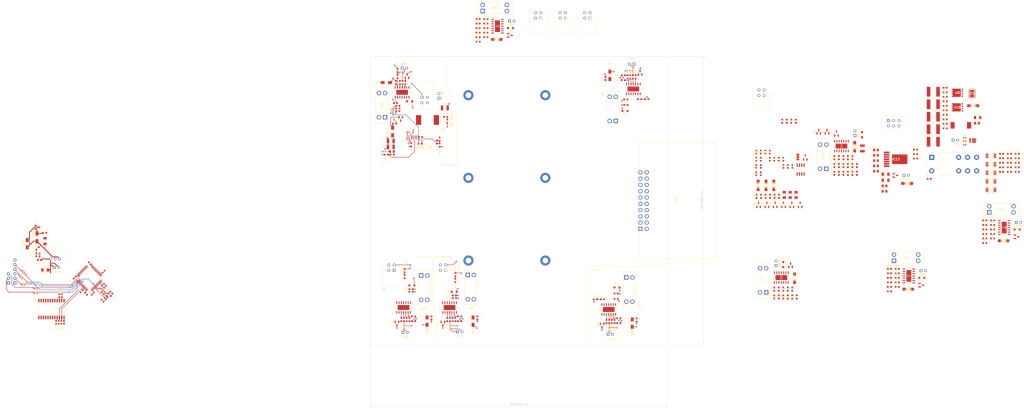
<source format=kicad_pcb>
(kicad_pcb
	(version 20240108)
	(generator "pcbnew")
	(generator_version "8.0")
	(general
		(thickness 1.6)
		(legacy_teardrops no)
	)
	(paper "A3")
	(title_block
		(title "PDU FT25")
		(date "2024-11-18")
		(rev "V1.0")
		(company "Janek Herm")
		(comment 1 "FasTTUBe Electronics")
	)
	(layers
		(0 "F.Cu" signal)
		(1 "In1.Cu" power)
		(2 "In2.Cu" signal)
		(31 "B.Cu" mixed)
		(32 "B.Adhes" user "B.Adhesive")
		(33 "F.Adhes" user "F.Adhesive")
		(34 "B.Paste" user)
		(35 "F.Paste" user)
		(37 "F.SilkS" user "F.Silkscreen")
		(38 "B.Mask" user)
		(39 "F.Mask" user)
		(40 "Dwgs.User" user "User.Drawings")
		(41 "Cmts.User" user "User.Comments")
		(42 "Eco1.User" user "User.Eco1")
		(43 "Eco2.User" user "User.Eco2")
		(44 "Edge.Cuts" user)
		(45 "Margin" user)
		(46 "B.CrtYd" user "B.Courtyard")
		(47 "F.CrtYd" user "F.Courtyard")
		(48 "B.Fab" user)
		(49 "F.Fab" user)
		(50 "User.1" user)
		(51 "User.2" user)
		(52 "User.3" user)
		(53 "User.4" user)
		(54 "User.5" user)
		(55 "User.6" user)
		(56 "User.7" user)
		(57 "User.8" user)
		(58 "User.9" user)
	)
	(setup
		(stackup
			(layer "F.SilkS"
				(type "Top Silk Screen")
			)
			(layer "F.Paste"
				(type "Top Solder Paste")
			)
			(layer "F.Mask"
				(type "Top Solder Mask")
				(thickness 0.01)
			)
			(layer "F.Cu"
				(type "copper")
				(thickness 0.035)
			)
			(layer "dielectric 1"
				(type "prepreg")
				(thickness 0.1)
				(material "FR4")
				(epsilon_r 4.5)
				(loss_tangent 0.02)
			)
			(layer "In1.Cu"
				(type "copper")
				(thickness 0.035)
			)
			(layer "dielectric 2"
				(type "core")
				(thickness 1.24)
				(material "FR4")
				(epsilon_r 4.5)
				(loss_tangent 0.02)
			)
			(layer "In2.Cu"
				(type "copper")
				(thickness 0.035)
			)
			(layer "dielectric 3"
				(type "prepreg")
				(thickness 0.1)
				(material "FR4")
				(epsilon_r 4.5)
				(loss_tangent 0.02)
			)
			(layer "B.Cu"
				(type "copper")
				(thickness 0.035)
			)
			(layer "B.Mask"
				(type "Bottom Solder Mask")
				(thickness 0.01)
			)
			(layer "B.Paste"
				(type "Bottom Solder Paste")
			)
			(copper_finish "None")
			(dielectric_constraints no)
		)
		(pad_to_mask_clearance 0)
		(allow_soldermask_bridges_in_footprints no)
		(pcbplotparams
			(layerselection 0x00010fc_ffffffff)
			(plot_on_all_layers_selection 0x0000000_00000000)
			(disableapertmacros no)
			(usegerberextensions no)
			(usegerberattributes yes)
			(usegerberadvancedattributes yes)
			(creategerberjobfile yes)
			(dashed_line_dash_ratio 12.000000)
			(dashed_line_gap_ratio 3.000000)
			(svgprecision 4)
			(plotframeref no)
			(viasonmask no)
			(mode 1)
			(useauxorigin no)
			(hpglpennumber 1)
			(hpglpenspeed 20)
			(hpglpendiameter 15.000000)
			(pdf_front_fp_property_popups yes)
			(pdf_back_fp_property_popups yes)
			(dxfpolygonmode yes)
			(dxfimperialunits yes)
			(dxfusepcbnewfont yes)
			(psnegative no)
			(psa4output no)
			(plotreference yes)
			(plotvalue yes)
			(plotfptext yes)
			(plotinvisibletext no)
			(sketchpadsonfab no)
			(subtractmaskfromsilk no)
			(outputformat 1)
			(mirror no)
			(drillshape 1)
			(scaleselection 1)
			(outputdirectory "")
		)
	)
	(net 0 "")
	(net 1 "GND")
	(net 2 "+3V3")
	(net 3 "stdCAN_H")
	(net 4 "/MCU/Vref")
	(net 5 "stdCAN_L")
	(net 6 "/MCU/NRST")
	(net 7 "Net-(C13-Pad2)")
	(net 8 "Net-(C14-Pad1)")
	(net 9 "Net-(D11-A2)")
	(net 10 "/powerstages/P_Out4a")
	(net 11 "/powerstages/IS4")
	(net 12 "Net-(D15-A2)")
	(net 13 "/connectors/P_Out1")
	(net 14 "/powerstages/IS1")
	(net 15 "Net-(D19-A2)")
	(net 16 "/RBR/RES1")
	(net 17 "/powerstages/IS10")
	(net 18 "Net-(D23-A2)")
	(net 19 "/powerstages/P_Out7a")
	(net 20 "/powerstages/IS7")
	(net 21 "Net-(D27-A2)")
	(net 22 "/connectors/P_Out8")
	(net 23 "/powerstages/IS8")
	(net 24 "Net-(D31-A2)")
	(net 25 "/powerstages/P_Out3a")
	(net 26 "/powerstages/IS3")
	(net 27 "Net-(D35-A2)")
	(net 28 "/connectors/P_Out2")
	(net 29 "/powerstages/IS2")
	(net 30 "Net-(D39-A2)")
	(net 31 "/connectors/P_Out9")
	(net 32 "/powerstages/IS9")
	(net 33 "Net-(IC9-CBOOT)")
	(net 34 "Net-(IC9-SW)")
	(net 35 "Net-(IC9-VCC)")
	(net 36 "Net-(D43-K)")
	(net 37 "Net-(IC9-PFM{slash}SYNC)")
	(net 38 "/connectors/P_Out4")
	(net 39 "Net-(C53-Pad2)")
	(net 40 "Net-(IC9-EXTCOMP)")
	(net 41 "Net-(D51-A2)")
	(net 42 "/connectors/P_Out5")
	(net 43 "/powerstages/IS5")
	(net 44 "Net-(D55-A1)")
	(net 45 "Net-(D59-A2)")
	(net 46 "/connectors/P_Out6")
	(net 47 "/powerstages/IS6")
	(net 48 "Net-(IC12-SW)")
	(net 49 "Net-(IC12-BOOT)")
	(net 50 "/connectors/P_Out3")
	(net 51 "Net-(D63-K)")
	(net 52 "Net-(IC12-FB)")
	(net 53 "Net-(IC12-SS)")
	(net 54 "/connectors/P_Out7")
	(net 55 "Net-(IC13-FB)")
	(net 56 "Net-(D65-K)")
	(net 57 "Net-(IC13-SS)")
	(net 58 "/MCU/SWCLK")
	(net 59 "/MCU/SWDIO")
	(net 60 "/MCU/UART_RX")
	(net 61 "/MCU/UART_TX")
	(net 62 "Net-(D7-A)")
	(net 63 "Net-(D8-A)")
	(net 64 "Net-(D9-A)")
	(net 65 "Net-(D10-A)")
	(net 66 "Net-(D12-A)")
	(net 67 "unconnected-(D12-NC-Pad2)")
	(net 68 "Net-(D14-A)")
	(net 69 "Net-(D16-A)")
	(net 70 "unconnected-(D16-NC-Pad2)")
	(net 71 "Net-(D18-A)")
	(net 72 "Net-(D20-A)")
	(net 73 "unconnected-(D20-NC-Pad2)")
	(net 74 "Net-(D22-A)")
	(net 75 "Net-(D24-A)")
	(net 76 "unconnected-(D24-NC-Pad2)")
	(net 77 "Net-(D26-A)")
	(net 78 "Net-(D28-A)")
	(net 79 "unconnected-(D28-NC-Pad2)")
	(net 80 "Net-(D30-A)")
	(net 81 "unconnected-(D32-NC-Pad2)")
	(net 82 "Net-(D32-A)")
	(net 83 "Net-(D34-A)")
	(net 84 "Net-(D36-A)")
	(net 85 "unconnected-(D36-NC-Pad2)")
	(net 86 "Net-(D38-A)")
	(net 87 "unconnected-(D40-NC-Pad2)")
	(net 88 "Net-(D40-A)")
	(net 89 "Net-(D42-A)")
	(net 90 "Net-(D43-A)")
	(net 91 "Net-(D44-A)")
	(net 92 "Net-(D45-A1)")
	(net 93 "Net-(D47-A1)")
	(net 94 "Net-(D49-A1)")
	(net 95 "unconnected-(D52-NC-Pad2)")
	(net 96 "Net-(D52-A)")
	(net 97 "Net-(D54-A)")
	(net 98 "Net-(D56-A)")
	(net 99 "Net-(D57-A)")
	(net 100 "Net-(D58-A)")
	(net 101 "unconnected-(D60-NC-Pad2)")
	(net 102 "Net-(D60-A)")
	(net 103 "Net-(D62-A)")
	(net 104 "Net-(D63-A)")
	(net 105 "Net-(D64-A)")
	(net 106 "Net-(D65-A)")
	(net 107 "Net-(D66-A)")
	(net 108 "EBS Valve 1")
	(net 109 "EBS Valve 2")
	(net 110 "EBS CS")
	(net 111 "+24V")
	(net 112 "RES 2")
	(net 113 "Net-(IC1-IS)")
	(net 114 "Net-(IC1-GND)")
	(net 115 "Net-(IC1-IN)")
	(net 116 "Net-(IC1-DEN)")
	(net 117 "Net-(IC2-IS)")
	(net 118 "Net-(IC2-IN)")
	(net 119 "Net-(IC2-DEN)")
	(net 120 "Net-(IC2-GND)")
	(net 121 "Net-(IC3-IN)")
	(net 122 "Net-(IC3-GND)")
	(net 123 "Net-(IC3-IS)")
	(net 124 "Net-(IC3-DEN)")
	(net 125 "Net-(IC4-IN)")
	(net 126 "Net-(IC4-GND)")
	(net 127 "Net-(IC4-IS)")
	(net 128 "Net-(IC4-DEN)")
	(net 129 "Net-(IC5-GND)")
	(net 130 "Net-(IC5-DEN)")
	(net 131 "Net-(IC5-IS)")
	(net 132 "Net-(IC5-IN)")
	(net 133 "Net-(IC6-GND)")
	(net 134 "Net-(IC6-IN)")
	(net 135 "Net-(IC6-DEN)")
	(net 136 "Net-(IC6-IS)")
	(net 137 "Net-(IC7-IN)")
	(net 138 "Net-(IC7-IS)")
	(net 139 "Net-(IC7-GND)")
	(net 140 "Net-(IC7-DEN)")
	(net 141 "Net-(IC8-IN)")
	(net 142 "Net-(IC8-IS)")
	(net 143 "Net-(IC8-GND)")
	(net 144 "Net-(IC8-DEN)")
	(net 145 "Net-(IC9-CNFG)")
	(net 146 "Net-(IC9-PG{slash}SYNCOUT)")
	(net 147 "Net-(IC9-RT)")
	(net 148 "Net-(IC9-ISNS+)")
	(net 149 "Net-(IC9-HO)")
	(net 150 "Net-(IC9-LO)")
	(net 151 "Net-(IC9-FB)")
	(net 152 "Net-(IC10-IS)")
	(net 153 "Net-(IC10-IN)")
	(net 154 "Net-(IC10-DEN)")
	(net 155 "Net-(IC10-GND)")
	(net 156 "Net-(IC11-DEN)")
	(net 157 "Net-(IC11-IS)")
	(net 158 "Net-(IC11-IN)")
	(net 159 "Net-(IC11-GND)")
	(net 160 "Net-(IC12-PG)")
	(net 161 "Net-(IC12-MODE)")
	(net 162 "Net-(IC12-EN)")
	(net 163 "Net-(IC13-RON)")
	(net 164 "Net-(IC13-EN)")
	(net 165 "unconnected-(J3-Pin_2-Pad2)")
	(net 166 "unconnected-(J3-Pin_4-Pad4)")
	(net 167 "unconnected-(J4-Pin_6-Pad6)")
	(net 168 "unconnected-(J5-Pin_4-Pad4)")
	(net 169 "unconnected-(J5-Pin_2-Pad2)")
	(net 170 "unconnected-(J6-Pin_2-Pad2)")
	(net 171 "unconnected-(J6-Pin_4-Pad4)")
	(net 172 "FDCAN_H")
	(net 173 "FDCAN_L")
	(net 174 "unconnected-(J8-Pin_4-Pad4)")
	(net 175 "unconnected-(J9-Pin_4-Pad4)")
	(net 176 "/RBR/SDC bypass")
	(net 177 "24V ASMS")
	(net 178 "unconnected-(J10-Pin_10-Pad10)")
	(net 179 "Net-(JP1-C)")
	(net 180 "unconnected-(K1-Pad12)")
	(net 181 "unconnected-(K1-Pad24)")
	(net 182 "Net-(K1-PadA1)")
	(net 183 "Net-(Q2-G)")
	(net 184 "Net-(Q3-G)")
	(net 185 "Net-(Q4-G)")
	(net 186 "Net-(Q5-D)")
	(net 187 "Net-(Q5-G)")
	(net 188 "Net-(Q6-G)")
	(net 189 "Net-(Q6-D)")
	(net 190 "Net-(U1-Rs)")
	(net 191 "Net-(U2-PA0)")
	(net 192 "Net-(U2-BOOT0)")
	(net 193 "Net-(U2-PC0)")
	(net 194 "Net-(U2-PA11)")
	(net 195 "/MCU/CAN_RX")
	(net 196 "/MCU/CAN_TX")
	(net 197 "Net-(U2-PA12)")
	(net 198 "/MCU/I2C_SDA")
	(net 199 "/MCU/I2C_SCL")
	(net 200 "/MCU/STATUS_LED1")
	(net 201 "/MCU/STATUS_LED2")
	(net 202 "/MCU/STATUS_LED3")
	(net 203 "/MCU/STATUS_LED4")
	(net 204 "Net-(U3-A0)")
	(net 205 "Net-(U3-A1)")
	(net 206 "Net-(U3-A2)")
	(net 207 "Net-(U4A--)")
	(net 208 "/MCU/ISENSE1")
	(net 209 "Net-(U4B--)")
	(net 210 "/MCU/ISENSE2")
	(net 211 "/MCU/ISENSE3")
	(net 212 "Net-(U5A--)")
	(net 213 "Net-(U5B--)")
	(net 214 "/MCU/ISENSE4")
	(net 215 "/MCU/ISENSE5")
	(net 216 "Net-(U6A--)")
	(net 217 "Net-(U6B--)")
	(net 218 "/MCU/ISENSE6")
	(net 219 "/MCU/ISENSE7")
	(net 220 "Net-(U7A--)")
	(net 221 "Net-(U7B--)")
	(net 222 "/MCU/ISENSE8")
	(net 223 "/MCU/ISENSE9")
	(net 224 "Net-(U8A--)")
	(net 225 "Net-(U8B--)")
	(net 226 "/MCU/ISENSE10")
	(net 227 "/MCU/IN4")
	(net 228 "/MCU/IN1")
	(net 229 "/MCU/IN10")
	(net 230 "/MCU/IN7")
	(net 231 "/MCU/IN8")
	(net 232 "/MCU/IN3")
	(net 233 "/MCU/IN2")
	(net 234 "/MCU/IN9")
	(net 235 "/MCU/IN11")
	(net 236 "/MCU/IN12")
	(net 237 "/MCU/IN13")
	(net 238 "/MCU/PC_Read")
	(net 239 "/MCU/PC_EN")
	(net 240 "/MCU/IN5")
	(net 241 "/MCU/IN6")
	(net 242 "unconnected-(U2-PB0-Pad26)")
	(net 243 "/MCU/XTAL_OUT")
	(net 244 "unconnected-(U2-PC5-Pad25)")
	(net 245 "unconnected-(U2-PA10-Pad43)")
	(net 246 "unconnected-(U2-PF4-Pad18)")
	(net 247 "unconnected-(U2-PC12-Pad53)")
	(net 248 "unconnected-(U2-PB5-Pad57)")
	(net 249 "unconnected-(U2-PB4-Pad56)")
	(net 250 "unconnected-(U2-PB3-Pad55)")
	(net 251 "/MCU/XTAL_IN")
	(net 252 "unconnected-(U2-PA9-Pad42)")
	(net 253 "unconnected-(U2-PA8-Pad41)")
	(net 254 "unconnected-(U2-PD2-Pad54)")
	(net 255 "unconnected-(U3-IO0_2-Pad6)")
	(net 256 "unconnected-(U3-IO0_0-Pad4)")
	(net 257 "unconnected-(U3-IO1_6-Pad19)")
	(net 258 "unconnected-(U3-IO1_2-Pad15)")
	(net 259 "unconnected-(U3-IO1_0-Pad13)")
	(net 260 "unconnected-(U3-IO0_3-Pad7)")
	(net 261 "unconnected-(U3-IO0_5-Pad9)")
	(net 262 "unconnected-(U3-IO0_7-Pad11)")
	(net 263 "unconnected-(U3-~{INT}-Pad1)")
	(net 264 "unconnected-(U3-IO1_5-Pad18)")
	(net 265 "unconnected-(U3-IO1_4-Pad17)")
	(net 266 "unconnected-(U3-IO0_1-Pad5)")
	(net 267 "unconnected-(U3-IO1_1-Pad14)")
	(net 268 "unconnected-(U3-IO0_6-Pad10)")
	(net 269 "unconnected-(U3-IO1_7-Pad20)")
	(net 270 "unconnected-(U3-IO0_4-Pad8)")
	(net 271 "unconnected-(U3-IO1_3-Pad16)")
	(net 272 "unconnected-(U9-Pad9)")
	(net 273 "unconnected-(U9-Pad6)")
	(net 274 "unconnected-(U9-Pad3)")
	(net 275 "unconnected-(U9-Pad7)")
	(net 276 "unconnected-(U9-Pad8)")
	(net 277 "unconnected-(U9-Pad2)")
	(net 278 "unconnected-(U10-Pad3)")
	(net 279 "unconnected-(U10-Pad9)")
	(net 280 "unconnected-(U10-Pad6)")
	(net 281 "unconnected-(U10-Pad2)")
	(net 282 "unconnected-(U10-Pad7)")
	(net 283 "unconnected-(U10-Pad8)")
	(net 284 "unconnected-(J10-Pin_20-Pad20)")
	(net 285 "unconnected-(J11-Pin_2-Pad2)")
	(footprint "824501241:DIOM5127X250N" (layer "F.Cu") (at 164.166201 51.434202 -90))
	(footprint "Resistor_SMD:R_0603_1608Metric_Pad0.98x0.95mm_HandSolder" (layer "F.Cu") (at 90.835 30.175))
	(footprint "Resistor_SMD:R_0603_1608Metric_Pad0.98x0.95mm_HandSolder" (layer "F.Cu") (at 50.335 55.465 -90))
	(footprint "43045-0400:43045-04_00,01,02,10_" (layer "F.Cu") (at 72.884 159.9342))
	(footprint "Resistor_SMD:R_0805_2012Metric_Pad1.20x1.40mm_HandSolder" (layer "F.Cu") (at 312.275 92.995))
	(footprint "FaSTTUBe_Crystals:LFXTAL081781RL3K" (layer "F.Cu") (at -116.28052 175.652947 -135))
	(footprint "TPS56837:TPS56837" (layer "F.Cu") (at 52.249998 86.045001 180))
	(footprint "CSD17303Q5:CSD17303Q5" (layer "F.Cu") (at 357.195 61.16))
	(footprint "824501241:DIOM5127X250N" (layer "F.Cu") (at 101.285 31.445))
	(footprint "Capacitor_SMD:C_0402_1005Metric_Pad0.74x0.62mm_HandSolder" (layer "F.Cu") (at 54.765 82.484999 90))
	(footprint "Resistor_SMD:R_0603_1608Metric_Pad0.98x0.95mm_HandSolder" (layer "F.Cu") (at 372.835 144.765))
	(footprint "Package_QFP:LQFP-64_10x10mm_P0.5mm" (layer "F.Cu") (at -125.485 164.305 135))
	(footprint "BTT6010-1ERB:SOIC14_BTT6010-1ERB_INF" (layer "F.Cu") (at 74.959 180.669799 90))
	(footprint "Resistor_SMD:R_0603_1608Metric_Pad0.98x0.95mm_HandSolder" (layer "F.Cu") (at 177.016201 52.334201 90))
	(footprint "Resistor_SMD:R_0603_1608Metric" (layer "F.Cu") (at -140.801075 174.068159 90))
	(footprint "MountingHole:MountingHole_3.2mm_M3_DIN965_Pad" (layer "F.Cu") (at 128.27 108.51 90))
	(footprint "Resistor_SMD:R_0603_1608Metric_Pad0.98x0.95mm_HandSolder" (layer "F.Cu") (at 184.716201 64.704201 180))
	(footprint "Resistor_SMD:R_0603_1608Metric_Pad0.98x0.95mm_HandSolder" (layer "F.Cu") (at 46.165 71.345 180))
	(footprint "Resistor_SMD:R_0603_1608Metric_Pad0.98x0.95mm_HandSolder" (layer "F.Cu") (at 46.015 52.115 90))
	(footprint "Resistor_SMD:R_0603_1608Metric_Pad0.98x0.95mm_HandSolder" (layer "F.Cu") (at 390.905 95.115))
	(footprint "Resistor_SMD:R_0603_1608Metric_Pad0.98x0.95mm_HandSolder" (layer "F.Cu") (at 49.936201 160.124201 -90))
	(footprint "Resistor_SMD:R_0603_1608Metric_Pad0.98x0.95mm_HandSolder" (layer "F.Cu") (at 350.775 60.875))
	(footprint "Capacitor_SMD:C_0603_1608Metric_Pad1.08x0.95mm_HandSolder" (layer "F.Cu") (at 260.685 174.805 90))
	(footprint "3557-15:355715" (layer "F.Cu") (at 59.158799 162.845799 -90))
	(footprint "Resistor_SMD:R_0603_1608Metric_Pad0.98x0.95mm_HandSolder" (layer "F.Cu") (at 260.125 76.995 90))
	(footprint "Resistor_SMD:R_0603_1608Metric_Pad0.98x0.95mm_HandSolder" (layer "F.Cu") (at 77.662797 175.389999))
	(footprint "Package_TO_SOT_SMD:SOT-23" (layer "F.Cu") (at 47.81 75.695 -90))
	(footprint "Resistor_SMD:R_0603_1608Metric_Pad0.98x0.95mm_HandSolder" (layer "F.Cu") (at 53.625 90.145 -90))
	(footprint "Capacitor_SMD:C_1206_3216Metric_Pad1.33x1.80mm_HandSolder" (layer "F.Cu") (at 317.655 109.805))
	(footprint "Capacitor_SMD:C_0603_1608Metric_Pad1.08x0.95mm_HandSolder" (layer "F.Cu") (at 90.835 25.155))
	(footprint "3557-15:355715"
		(layer "F.Cu")
		(uuid "1a4f7bce-4201-42b2-9328-90caad6e8ed3")
		(at 251.165 172.26 90)
		(descr "3557-15-3")
		(tags "Hardware")
		(property "Reference" "H7"
			(at 6.735 -1.683 90)
			(layer "F.SilkS")
			(uuid "6563f696-6ac6-43e7-973c-c9ce726d6c3d")
			(effects
				(font
					(size 1.27 1.27)
					(thickness 0.254)
				)
			)
		)
		(property "Value" "3557-15"
			(at 6.735 -1.683 90)
			(layer "F.SilkS")
			(hide yes)
			(uuid "dec2041b-c65c-4fde-bd91-6c372b02da6d")
			(effects
				(font
					(size 1.27 1.27)
					(thickness 0.254)
				)
			)
		)
		(property "Footprint" "3557-15:355715"
			(at 0 0 90)
			(layer "F.Fab")
			(hide yes)
			(uuid "5411fb2b-529b-4594-bd14-2f98d84ef12d")
			(effects
				(font
					(size 1.27 1.27)
					(thickness 0.15)
				)
			)
		)
		(property "Datasheet" "https://www.keyelco.com/product-pdf.cfm?p=14225"
			(at 0 0 90)
			(layer "F.Fab")
			(hide yes)
			(uuid "d53f7753-ce2b-4a9e-9971-9c7bc855b736")
			(effects
				(font
					(size 1.27 1.27)
					(thickness 0.15)
				)
			)
		)
		(property "Description" "Fuse Holder T/H 2 IN 1 AUTO BLDE HOLDER, BLUE 15A"
			(at 0 0 90)
			(layer "F.Fab")
			(hide yes)
			(uuid "b938904c-2b82-4128-9fba-aea0d9edcdd6")
			(effects
				(font
					(size 1.27 1.27)
					(thickness 0.15)
				)
			)
		)
		(property "Height" "7.5"
			(at 0 0 90)
			(unlocked yes)
			(layer "F.Fab")
			(hide yes)
			(uuid "77cf9143-4312-469d-8d81-64b75f252d20")
			(effects
				(font
					(size 1 1)
					(thickness 0.15)
				)
			)
		)
		(property "Mouser Part Number" "534-3557-15"
			(at 0 0 90)
			(unlocked yes)
			(layer "F.Fab")
			(hide yes)
			(uuid "daec3083-4c89-4876-a2e7-155d1a5d9f9b")
			(effects
				(font
					(size 1 1)
					(thickness 0.15)
				)
			)
		)
		(property "Mouser Price/Stock" "https://www.mouser.co.uk/ProductDetail/Keystone-Electronics/3557-15?qs=iR2ablhfrmFh8obBV91Xhg%3D%3D"
			(at 0 0 90)
			(unlocked yes)
			(layer "F.Fab")
			(hide yes)
			(uuid "726af2c0-4836-40a4-9459-57aba53fd0f4")
			(effects
				(font
					(size 1 1)
					(thickness 0.15)
				)
			)
		)
		(property "Manufacturer_Name" "Keystone Electronics"
			(at 0 0 90)
			(unlocked yes)
			(layer "F.Fab")
			(hide yes)
			(uuid "6b73039c-87ce-4ebe-b40d-7aa0ead108d5")
			(effects
				(font
					(size 1 1)
					(thickness 0.15)
				)
			)
		)
		(property "Manufacturer_Part_Number" "3557-15"
			(at 0 0 90)
			(unlocked yes)
			(layer "F.Fab")
			(hide yes)
			(uuid "b1346892-e8df-4c9c-ac26-b7819ed936f5")
			(effects
				(font
					(size 1 1)
					(thickness 0.15)
				)
			)
		)
		(path "/780d04e9-366d-4b48-88f6-229428c96c3a/c7c98efe-16ca-43c1-a63c-3bafee393e99/1fcae847-4d7b-43e2-be82-05ba4d6eebcd")
		(sheetname "SDC (4.5A)")
		(sheetfile "4.5A_powerstage.kicad_sch")
		(attr through_hole)
		(fp_line
			
... [1866212 chars truncated]
</source>
